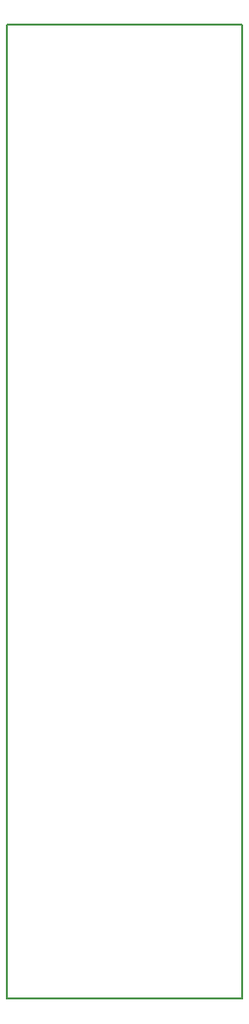
<source format=gm1>
G04 #@! TF.FileFunction,Profile,NP*
%FSLAX46Y46*%
G04 Gerber Fmt 4.6, Leading zero omitted, Abs format (unit mm)*
G04 Created by KiCad (PCBNEW 4.0.7-e2-6376~58~ubuntu16.04.1) date Tue Apr  3 20:01:17 2018*
%MOMM*%
%LPD*%
G01*
G04 APERTURE LIST*
%ADD10C,0.203200*%
%ADD11C,0.150000*%
G04 APERTURE END LIST*
D10*
D11*
X162052000Y-66548000D02*
X141732000Y-66548000D01*
X162052000Y-150368000D02*
X162052000Y-66548000D01*
X141732000Y-150368000D02*
X162052000Y-150368000D01*
X141732000Y-66548000D02*
X141732000Y-150368000D01*
M02*

</source>
